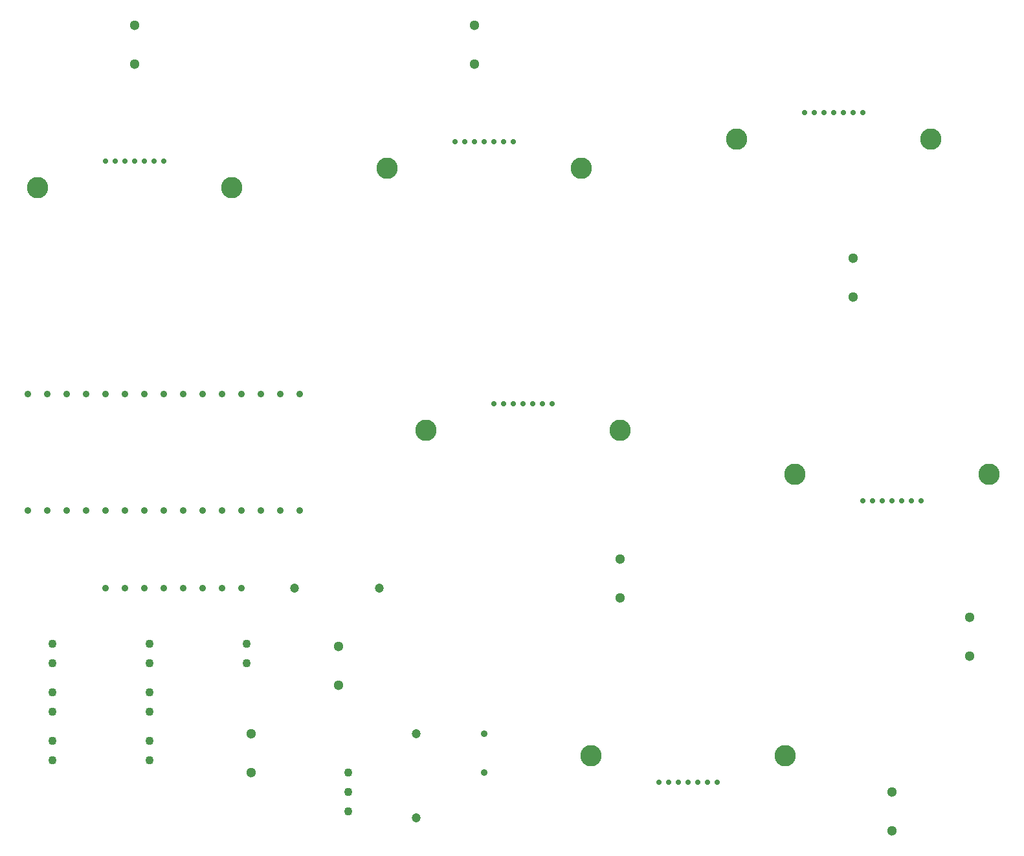
<source format=gbr>
%TF.GenerationSoftware,Novarm,DipTrace,3.2.0.1*%
%TF.CreationDate,2018-04-18T16:37:49+00:00*%
%FSLAX35Y35*%
%MOMM*%
%TF.FileFunction,Plated,1,2,PTH,Drill*%
%TF.Part,Single*%
%TA.AperFunction,ComponentDrill*%
%ADD37C,1.1*%
%ADD38C,0.9*%
%ADD39C,1.2*%
%ADD40C,1.3*%
%ADD41C,0.7*%
%ADD42C,2.8*%
G75*
G01*
D38*
X5826000Y7477000D3*
X5572000D3*
X5318000D3*
X5064000D3*
X4810000D3*
X4556000D3*
X4302000D3*
X4048000D3*
X3794000D3*
X3540000D3*
X3286000D3*
X3032000D3*
X2778000D3*
X2524000D3*
X2270000D3*
Y5953000D3*
X2524000D3*
X2778000D3*
X3032000D3*
X3286000D3*
X3540000D3*
X3794000D3*
X4048000D3*
X4302000D3*
X4556000D3*
X4810000D3*
X5064000D3*
X5318000D3*
X5572000D3*
X5826000D3*
X8239000Y2524000D3*
Y3032000D3*
D39*
X5762500Y4937000D3*
X6867500D3*
X7350000Y3032000D3*
Y1927000D3*
D40*
X3667000Y12303000D3*
Y11795000D3*
X8112000Y12303000D3*
Y11795000D3*
X13065000Y8747000D3*
Y9255000D3*
X14589000Y4556000D3*
Y4048000D3*
X10017000Y4810000D3*
Y5318000D3*
X13573000Y2270000D3*
Y1762000D3*
D37*
X2594500Y4206500D3*
Y3952500D3*
Y3571500D3*
Y3317500D3*
Y2936500D3*
Y2682500D3*
X3864500Y4206500D3*
Y3952500D3*
Y3571500D3*
Y3317500D3*
Y2936500D3*
Y2682500D3*
X5134500Y4206500D3*
Y3952500D3*
D40*
X5191000Y2524000D3*
Y3032000D3*
X6334000Y4175000D3*
Y3667000D3*
D37*
X6461000Y2016000D3*
Y2270000D3*
Y2524000D3*
D38*
X5064000Y4937000D3*
X4810000D3*
X4556000D3*
X4302000D3*
X4048000D3*
X3794000D3*
X3540000D3*
X3286000D3*
D41*
X4048000Y10525000D3*
X3921000D3*
X3794000D3*
X3667000D3*
X3540000D3*
X3413000D3*
X3286000D3*
D42*
X2397000Y10176000D3*
X4937000D3*
D41*
X8620000Y10779000D3*
X8493000D3*
X8366000D3*
X8239000D3*
X8112000D3*
X7985000D3*
X7858000D3*
D42*
X6969000Y10430000D3*
X9509000D3*
D41*
X13192000Y11160000D3*
X13065000D3*
X12938000D3*
X12811000D3*
X12684000D3*
X12557000D3*
X12430000D3*
D42*
X11541000Y10811000D3*
X14081000D3*
D41*
X13192000Y6080000D3*
X13319000D3*
X13446000D3*
X13573000D3*
X13700000D3*
X13827000D3*
X13954000D3*
D42*
X14843000Y6429000D3*
X12303000D3*
D41*
X9128000Y7350000D3*
X9001000D3*
X8874000D3*
X8747000D3*
X8620000D3*
X8493000D3*
X8366000D3*
D42*
X7477000Y7001000D3*
X10017000D3*
D41*
X10525000Y2397000D3*
X10652000D3*
X10779000D3*
X10906000D3*
X11033000D3*
X11160000D3*
X11287000D3*
D42*
X12176000Y2746000D3*
X9636000D3*
M02*

</source>
